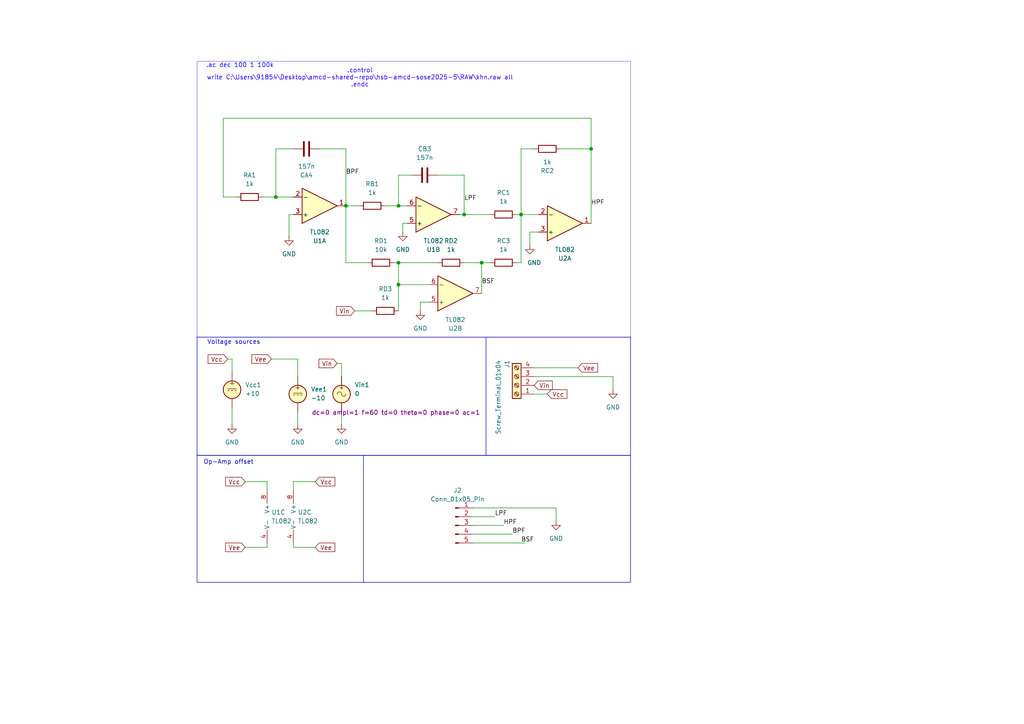
<source format=kicad_sch>
(kicad_sch (version 20231120) (generator "eeschema") (generator_version "8.0")
  (paper "A4")
  (lib_symbols
    (symbol "Amplifier_Operational:TL082" (pin_names (offset 0.127))
      (property "Reference" "U" (at 0 5.08 0))
      (property "Value" "TL082" (at 0 -5.08 0))
      (symbol "TL082_1_1"
        (polyline (pts (xy -5.08 5.08) (xy 5.08 0) (xy -5.08 -5.08) (xy -5.08 5.08)) (stroke (width 0.254)) (fill (type background)))
        (pin output line (at 7.62 0 180) (length 2.54) (name "~") (number "1"))
        (pin input line (at -7.62 -2.54 0) (length 2.54) (name "-") (number "2"))
        (pin input line (at -7.62 2.54 0) (length 2.54) (name "+") (number "3"))
      )
      (symbol "TL082_2_1"
        (polyline (pts (xy -5.08 5.08) (xy 5.08 0) (xy -5.08 -5.08) (xy -5.08 5.08)) (stroke (width 0.254)) (fill (type background)))
        (pin input line (at -7.62 2.54 0) (length 2.54) (name "+") (number "5"))
        (pin input line (at -7.62 -2.54 0) (length 2.54) (name "-") (number "6"))
        (pin output line (at 7.62 0 180) (length 2.54) (name "~") (number "7"))
      )
      (symbol "TL082_3_1"
        (pin power_in line (at -2.54 -7.62 90) (length 3.81) (name "V-") (number "4"))
        (pin power_in line (at -2.54 7.62 270) (length 3.81) (name "V+") (number "8"))
      )
    )
    (symbol "Connector:Conn_01x05_Pin" (pin_names (offset 1.016) hide)
      (property "Reference" "J" (at 0 7.62 0))
      (property "Value" "Conn_01x05_Pin" (at 0 -7.62 0))
      (symbol "Conn_01x05_Pin_1_1"
        (polyline (pts (xy 1.27 -5.08) (xy 0.8636 -5.08)) (stroke (width 0.1524)))
        (polyline (pts (xy 1.27 -2.54) (xy 0.8636 -2.54)) (stroke (width 0.1524)))
        (polyline (pts (xy 1.27 0) (xy 0.8636 0)) (stroke (width 0.1524)))
        (polyline (pts (xy 1.27 2.54) (xy 0.8636 2.54)) (stroke (width 0.1524)))
        (polyline (pts (xy 1.27 5.08) (xy 0.8636 5.08)) (stroke (width 0.1524)))
        (rectangle (start 0.8636 -4.953) (end 0 -5.207) (stroke (width 0.1524)) (fill (type outline)))
        (rectangle (start 0.8636 -2.413) (end 0 -2.667) (stroke (width 0.1524)) (fill (type outline)))
        (rectangle (start 0.8636 0.127) (end 0 -0.127) (stroke (width 0.1524)) (fill (type outline)))
        (rectangle (start 0.8636 2.667) (end 0 2.413) (stroke (width 0.1524)) (fill (type outline)))
        (rectangle (start 0.8636 5.207) (end 0 4.953) (stroke (width 0.1524)) (fill (type outline)))
        (pin passive line (at 5.08 5.08 180) (length 3.81) (name "Pin_1") (number "1"))
        (pin passive line (at 5.08 2.54 180) (length 3.81) (name "Pin_2") (number "2"))
        (pin passive line (at 5.08 0 180) (length 3.81) (name "Pin_3") (number "3"))
        (pin passive line (at 5.08 -2.54 180) (length 3.81) (name "Pin_4") (number "4"))
        (pin passive line (at 5.08 -5.08 180) (length 3.81) (name "Pin_5") (number "5"))
      )
    )
    (symbol "Connector:Screw_Terminal_01x04" (pin_names (offset 1.016) hide)
      (property "Reference" "J" (at 0 5.08 0))
      (property "Value" "Screw_Terminal_01x04" (at 0 -7.62 0))
      (symbol "Screw_Terminal_01x04_1_1"
        (rectangle (start -1.27 3.81) (end 1.27 -6.35) (stroke (width 0.254)) (fill (type background)))
        (circle (center 0 -5.08) (radius 0.635) (stroke (width 0.1524)))
        (circle (center 0 -2.54) (radius 0.635) (stroke (width 0.1524)))
        (polyline (pts (xy -0.5334 -4.7498) (xy 0.3302 -5.588)) (stroke (width 0.1524)))
        (polyline (pts (xy -0.5334 -2.2098) (xy 0.3302 -3.048)) (stroke (width 0.1524)))
        (polyline (pts (xy -0.5334 0.3302) (xy 0.3302 -0.508)) (stroke (width 0.1524)))
        (polyline (pts (xy -0.5334 2.8702) (xy 0.3302 2.032)) (stroke (width 0.1524)))
        (polyline (pts (xy -0.3556 -4.572) (xy 0.508 -5.4102)) (stroke (width 0.1524)))
        (polyline (pts (xy -0.3556 -2.032) (xy 0.508 -2.8702)) (stroke (width 0.1524)))
        (polyline (pts (xy -0.3556 0.508) (xy 0.508 -0.3302)) (stroke (width 0.1524)))
        (polyline (pts (xy -0.3556 3.048) (xy 0.508 2.2098)) (stroke (width 0.1524)))
        (circle (center 0 0) (radius 0.635) (stroke (width 0.1524)))
        (circle (center 0 2.54) (radius 0.635) (stroke (width 0.1524)))
        (pin passive line (at -5.08 2.54 0) (length 3.81) (name "Pin_1") (number "1"))
        (pin passive line (at -5.08 0 0) (length 3.81) (name "Pin_2") (number "2"))
        (pin passive line (at -5.08 -2.54 0) (length 3.81) (name "Pin_3") (number "3"))
        (pin passive line (at -5.08 -5.08 0) (length 3.81) (name "Pin_4") (number "4"))
      )
    )
    (symbol "Device:C" (pin_numbers hide) (pin_names (offset 0.254))
      (property "Reference" "C" (at 0.635 2.54 0))
      (property "Value" "C" (at 0.635 -2.54 0))
      (symbol "C_0_1"
        (polyline (pts (xy -2.032 -0.762) (xy 2.032 -0.762)) (stroke (width 0.508)))
        (polyline (pts (xy -2.032 0.762) (xy 2.032 0.762)) (stroke (width 0.508)))
      )
      (symbol "C_1_1"
        (pin passive line (at 0 3.81 270) (length 2.794) (name "~") (number "1"))
        (pin passive line (at 0 -3.81 90) (length 2.794) (name "~") (number "2"))
      )
    )
    (symbol "Device:R" (pin_numbers hide) (pin_names (offset 0))
      (property "Reference" "R" (at 2.032 0 90))
      (property "Value" "R" (at 0 0 90))
      (symbol "R_0_1"
        (rectangle (start -1.016 -2.54) (end 1.016 2.54) (stroke (width 0.254)))
      )
      (symbol "R_1_1"
        (pin passive line (at 0 3.81 270) (length 1.27) (name "~") (number "1"))
        (pin passive line (at 0 -3.81 90) (length 1.27) (name "~") (number "2"))
      )
    )
    (symbol "Simulation_SPICE:VDC" (pin_numbers hide) (pin_names (offset 0.0254))
      (property "Reference" "V" (at 2.54 2.54 0))
      (property "Value" "1" (at 2.54 0 0))
      (symbol "VDC_0_0"
        (polyline (pts (xy -1.27 0.254) (xy 1.27 0.254)))
        (polyline (pts (xy -0.762 -0.254) (xy -1.27 -0.254)))
        (polyline (pts (xy 0.254 -0.254) (xy -0.254 -0.254)))
        (polyline (pts (xy 1.27 -0.254) (xy 0.762 -0.254)))
        (text "+" (at 0 1.905 0) (effects (font (size 1.27 1.27))))
      )
      (symbol "VDC_0_1"
        (circle (center 0 0) (radius 2.54) (stroke (width 0.254)) (fill (type background)))
      )
      (symbol "VDC_1_1"
        (pin passive line (at 0 5.08 270) (length 2.54) (name "~") (number "1"))
        (pin passive line (at 0 -5.08 90) (length 2.54) (name "~") (number "2"))
      )
    )
    (symbol "Simulation_SPICE:VSIN" (pin_numbers hide) (pin_names (offset 0.0254))
      (property "Reference" "V" (at 2.54 2.54 0))
      (property "Value" "VSIN" (at 2.54 0 0))
      (property "Sim.Params" "dc=0 ampl=1 f=1k ac=1" (at 2.54 -2.54 0))
      (symbol "VSIN_0_0"
        (arc (start 0 0) (mid -0.635 0.6323) (end -1.27 0))
        (arc (start 0 0) (mid 0.635 -0.6323) (end 1.27 0))
        (text "+" (at 0 1.905 0) (effects (font (size 1.27 1.27))))
      )
      (symbol "VSIN_0_1"
        (circle (center 0 0) (radius 2.54) (stroke (width 0.254)) (fill (type background)))
      )
      (symbol "VSIN_1_1"
        (pin passive line (at 0 5.08 270) (length 2.54) (name "~") (number "1"))
        (pin passive line (at 0 -5.08 90) (length 2.54) (name "~") (number "2"))
      )
    )
    (symbol "power:GND" (power) (pin_numbers hide) (pin_names (offset 0) hide)
      (property "Value" "GND" (at 0 -3.81 0))
      (symbol "GND_0_1"
        (polyline (pts (xy 0 0) (xy 0 -1.27) (xy 1.27 -1.27) (xy 0 -2.54) (xy -1.27 -1.27) (xy 0 -1.27)))
      )
      (symbol "GND_1_1"
        (pin power_in line (at 0 0 270) (length 0) (name "~") (number "1"))
      )
    )
  )
  (junction (at 171.45 43.18))
  (junction (at 100.33 59.69))
  (junction (at 134.62 62.23))
  (junction (at 115.57 82.55))
  (junction (at 139.7 76.2))
  (junction (at 80.01 57.15))
  (junction (at 115.57 76.2))
  (junction (at 151.13 62.23))
  (junction (at 115.57 59.69))
  (wire (pts (xy 102.87 90.17) (xy 107.95 90.17)))
  (wire (pts (xy 115.57 50.8) (xy 115.57 59.69)))
  (wire (pts (xy 119.38 50.8) (xy 115.57 50.8)))
  (wire (pts (xy 171.45 43.18) (xy 171.45 64.77)))
  (wire (pts (xy 115.57 76.2) (xy 115.57 82.55)))
  (wire (pts (xy 64.77 34.29) (xy 64.77 57.15)))
  (wire (pts (xy 167.64 106.68) (xy 154.94 106.68)))
  (wire (pts (xy 134.62 50.8) (xy 134.62 62.23)))
  (wire (pts (xy 124.46 82.55) (xy 115.57 82.55)))
  (wire (pts (xy 86.36 119.38) (xy 86.36 123.19)))
  (wire (pts (xy 64.77 34.29) (xy 171.45 34.29)))
  (wire (pts (xy 139.7 76.2) (xy 142.24 76.2)))
  (wire (pts (xy 92.71 43.18) (xy 100.33 43.18)))
  (wire (pts (xy 154.94 109.22) (xy 177.8 109.22)))
  (wire (pts (xy 137.16 154.94) (xy 148.59 154.94)))
  (wire (pts (xy 151.13 62.23) (xy 156.21 62.23)))
  (wire (pts (xy 137.16 152.4) (xy 146.05 152.4)))
  (wire (pts (xy 77.47 139.7) (xy 71.12 139.7)))
  (wire (pts (xy 99.06 119.38) (xy 99.06 123.19)))
  (wire (pts (xy 67.31 104.14) (xy 67.31 107.95)))
  (wire (pts (xy 76.2 57.15) (xy 80.01 57.15)))
  (polyline (pts (xy 140.97 97.79) (xy 140.97 132.08)))
  (wire (pts (xy 153.67 67.31) (xy 156.21 67.31)))
  (wire (pts (xy 116.84 64.77) (xy 118.11 64.77)))
  (wire (pts (xy 134.62 62.23) (xy 142.24 62.23)))
  (wire (pts (xy 137.16 147.32) (xy 161.29 147.32)))
  (wire (pts (xy 78.74 104.14) (xy 86.36 104.14)))
  (wire (pts (xy 134.62 76.2) (xy 139.7 76.2)))
  (wire (pts (xy 151.13 76.2) (xy 151.13 62.23)))
  (wire (pts (xy 100.33 59.69) (xy 104.14 59.69)))
  (wire (pts (xy 158.75 114.3) (xy 154.94 114.3)))
  (wire (pts (xy 80.01 43.18) (xy 80.01 57.15)))
  (wire (pts (xy 115.57 82.55) (xy 115.57 90.17)))
  (wire (pts (xy 80.01 57.15) (xy 85.09 57.15)))
  (wire (pts (xy 161.29 147.32) (xy 161.29 151.13)))
  (wire (pts (xy 127 50.8) (xy 134.62 50.8)))
  (wire (pts (xy 83.82 62.23) (xy 85.09 62.23)))
  (wire (pts (xy 99.06 105.41) (xy 97.79 105.41)))
  (wire (pts (xy 66.04 104.14) (xy 67.31 104.14)))
  (wire (pts (xy 64.77 57.15) (xy 68.58 57.15)))
  (wire (pts (xy 177.8 109.22) (xy 177.8 113.03)))
  (wire (pts (xy 85.09 158.75) (xy 85.09 157.48)))
  (wire (pts (xy 137.16 149.86) (xy 143.51 149.86)))
  (wire (pts (xy 85.09 158.75) (xy 91.44 158.75)))
  (wire (pts (xy 100.33 43.18) (xy 100.33 59.69)))
  (wire (pts (xy 115.57 76.2) (xy 114.3 76.2)))
  (wire (pts (xy 149.86 62.23) (xy 151.13 62.23)))
  (wire (pts (xy 153.67 67.31) (xy 153.67 71.12)))
  (wire (pts (xy 162.56 43.18) (xy 171.45 43.18)))
  (wire (pts (xy 77.47 158.75) (xy 71.12 158.75)))
  (wire (pts (xy 67.31 118.11) (xy 67.31 123.19)))
  (wire (pts (xy 77.47 157.48) (xy 77.47 158.75)))
  (wire (pts (xy 115.57 76.2) (xy 127 76.2)))
  (wire (pts (xy 133.35 62.23) (xy 134.62 62.23)))
  (wire (pts (xy 85.09 139.7) (xy 91.44 139.7)))
  (wire (pts (xy 100.33 59.69) (xy 100.33 76.2)))
  (wire (pts (xy 121.92 87.63) (xy 121.92 90.17)))
  (wire (pts (xy 137.16 157.48) (xy 152.4 157.48)))
  (wire (pts (xy 83.82 62.23) (xy 83.82 68.58)))
  (wire (pts (xy 111.76 59.69) (xy 115.57 59.69)))
  (wire (pts (xy 85.09 142.24) (xy 85.09 139.7)))
  (wire (pts (xy 99.06 105.41) (xy 99.06 109.22)))
  (wire (pts (xy 115.57 59.69) (xy 118.11 59.69)))
  (wire (pts (xy 151.13 76.2) (xy 149.86 76.2)))
  (wire (pts (xy 151.13 43.18) (xy 151.13 62.23)))
  (wire (pts (xy 171.45 43.18) (xy 171.45 34.29)))
  (wire (pts (xy 154.94 43.18) (xy 151.13 43.18)))
  (wire (pts (xy 124.46 87.63) (xy 121.92 87.63)))
  (wire (pts (xy 106.68 76.2) (xy 100.33 76.2)))
  (wire (pts (xy 116.84 67.31) (xy 116.84 64.77)))
  (wire (pts (xy 139.7 76.2) (xy 139.7 85.09)))
  (wire (pts (xy 77.47 139.7) (xy 77.47 142.24)))
  (wire (pts (xy 80.01 43.18) (xy 85.09 43.18)))
  (polyline (pts (xy 105.41 132.08) (xy 105.41 168.91)))
  (wire (pts (xy 86.36 104.14) (xy 86.36 109.22)))
  (rectangle (start 57.15 132.08) (end 182.88 168.91))
  (rectangle (start 57.15 97.79) (end 182.88 132.08))
  (rectangle (start 57.15 17.78) (end 182.88 97.79) (stroke (width 0.0508)))
  (text "Voltage sources" (at 67.818 99.314 0) (effects (font (size 1.27 1.27))))
  (text "Op-Amp offset" (at 66.294 134.112 0) (effects (font (size 1.27 1.27))))
  (text ".ac dec 100 1 100k" (at 69.596 18.288 0) (effects (font (size 1.27 1.27)) (justify top)))
  (text ".control\nwrite C:\\Users\\91854\\Desktop\\amcd-shared-repo\\hsb-amcd-sose2025-5\\RAW\\khn.raw all\n.endc\n" (at 104.394 22.606 0) (effects (font (size 1.27 1.27))))
  (label "HPF" (at 146.05 152.4 0))
  (label "BSF" (at 139.7 82.55 0))
  (label "BPF" (at 100.33 50.8 0))
  (label "HPF" (at 171.45 59.69 0))
  (label "BPF" (at 148.59 154.94 0))
  (label "BSF" (at 151.13 157.48 0))
  (label "LPF" (at 134.62 58.42 0))
  (label "LPF" (at 143.51 149.86 0))
  (global_label "Vee" (shape input) (at 91.44 158.75 0) (property "Intersheetrefs" "${INTERSHEET_REFS}" (effects (hide yes))))
  (global_label "Vin" (shape input) (at 102.87 90.17 180) (property "Intersheetrefs" "${INTERSHEET_REFS}" (effects (hide yes))))
  (global_label "Vcc" (shape input) (at 66.04 104.14 180) (property "Intersheetrefs" "${INTERSHEET_REFS}" (effects (hide yes))))
  (global_label "Vin" (shape input) (at 154.94 111.76 0) (property "Intersheetrefs" "${INTERSHEET_REFS}" (effects (hide yes))))
  (global_label "Vin" (shape input) (at 97.79 105.41 180) (property "Intersheetrefs" "${INTERSHEET_REFS}" (effects (hide yes))))
  (global_label "Vee" (shape input) (at 78.74 104.14 180) (property "Intersheetrefs" "${INTERSHEET_REFS}" (effects (hide yes))))
  (global_label "Vcc" (shape input) (at 91.44 139.7 0) (property "Intersheetrefs" "${INTERSHEET_REFS}" (effects (hide yes))))
  (global_label "Vee" (shape input) (at 71.12 158.75 180) (property "Intersheetrefs" "${INTERSHEET_REFS}" (effects (hide yes))))
  (global_label "Vcc" (shape input) (at 158.75 114.3 0) (property "Intersheetrefs" "${INTERSHEET_REFS}" (effects (hide yes))))
  (global_label "Vcc" (shape input) (at 71.12 139.7 180) (property "Intersheetrefs" "${INTERSHEET_REFS}" (effects (hide yes))))
  (global_label "Vee" (shape input) (at 167.64 106.68 0) (property "Intersheetrefs" "${INTERSHEET_REFS}" (effects (hide yes))))
  (symbol (lib_id "Connector:Conn_01x05_Pin") (at 132.08 152.4 0) (unit 1) (exclude_from_sim yes)
    (property "Reference" "J2" (at 132.715 142.24 0))
    (property "Value" "Conn_01x05_Pin" (at 132.715 144.78 0))
    (property "Footprint" "Connector_PinHeader_2.54mm:PinHeader_1x05_P2.54mm_Vertical" (effects (hide yes)))
    (property "Description" "Generic connector, single row, 01x05, script generated" (effects (hide yes)))
  )
  (symbol (lib_id "power:GND") (at 153.67 71.12 0) (unit 1)
    (property "Reference" "#PWR07" (effects (hide yes)))
    (property "Value" "GND" (at 154.94 76.2 0))
    (property "Description" "Power symbol creates a global label with name \"GND\" , ground" (effects (hide yes)))
  )
  (symbol (lib_id "Device:R") (at 146.05 62.23 90) (unit 1)
    (property "Reference" "RC1" (at 146.05 55.88 90))
    (property "Value" "1k" (at 146.05 58.42 90))
    (property "Footprint" "Resistor_SMD:R_0805_2012Metric_Pad1.20x1.40mm_HandSolder" (effects (hide yes)))
    (property "Description" "Resistor" (effects (hide yes)))
    (property "Sim.Device" "R" (effects (hide yes)))
    (property "Sim.Pins" "1=+ 2=-" (effects (hide yes)))
  )
  (symbol (lib_id "Device:R") (at 107.95 59.69 90) (unit 1)
    (property "Reference" "RB1" (at 107.95 53.34 90))
    (property "Value" "1k" (at 107.95 55.88 90))
    (property "Footprint" "Resistor_SMD:R_0805_2012Metric_Pad1.20x1.40mm_HandSolder" (effects (hide yes)))
    (property "Description" "Resistor" (effects (hide yes)))
  )
  (symbol (lib_id "power:GND") (at 177.8 113.03 0) (unit 1)
    (property "Reference" "#PWR02" (effects (hide yes)))
    (property "Value" "GND" (at 177.8 118.11 0))
    (property "Description" "Power symbol creates a global label with name \"GND\" , ground" (effects (hide yes)))
  )
  (symbol (lib_id "Device:R") (at 72.39 57.15 90) (unit 1)
    (property "Reference" "RA1" (at 72.39 50.8 90))
    (property "Value" "1k" (at 72.39 53.34 90))
    (property "Footprint" "Resistor_SMD:R_0805_2012Metric_Pad1.20x1.40mm_HandSolder" (effects (hide yes)))
    (property "Description" "Resistor" (effects (hide yes)))
    (property "Sim.Device" "R" (effects (hide yes)))
    (property "Sim.Pins" "1=+ 2=-" (effects (hide yes)))
  )
  (symbol (lib_id "Simulation_SPICE:VDC") (at 86.36 114.3 0) (unit 1) (on_board no)
    (property "Reference" "Vee1" (at 90.17 112.9001 0) (effects (justify left)))
    (property "Value" "-10" (at 90.17 115.4401 0) (effects (justify left)))
    (property "Datasheet" "https://ngspice.sourceforge.io/docs/ngspice-html-manual/manual.xhtml#sec_Independent_Sources_for" (effects (hide yes)))
    (property "Description" "Voltage source, DC" (effects (hide yes)))
    (property "Sim.Pins" "1=+ 2=-" (effects (hide yes)))
    (property "Sim.Type" "DC" (effects (hide yes)))
    (property "Sim.Device" "V" (effects (hide yes)))
  )
  (symbol (lib_id "Device:C") (at 88.9 43.18 90) (mirror x) (unit 1)
    (property "Reference" "CA4" (at 88.9 50.8 90))
    (property "Value" "157n" (at 88.9 48.26 90))
    (property "Footprint" "Capacitor_SMD:C_0805_2012Metric_Pad1.18x1.45mm_HandSolder" (effects (hide yes)))
    (property "Description" "Unpolarized capacitor" (effects (hide yes)))
    (property "Sim.Device" "C" (effects (hide yes)))
    (property "Sim.Pins" "1=+ 2=-" (effects (hide yes)))
  )
  (symbol (lib_id "power:GND") (at 83.82 68.58 0) (unit 1)
    (property "Reference" "#PWR01" (effects (hide yes)))
    (property "Value" "GND" (at 83.82 73.66 0))
    (property "Description" "Power symbol creates a global label with name \"GND\" , ground" (effects (hide yes)))
  )
  (symbol (lib_id "Device:R") (at 146.05 76.2 90) (unit 1)
    (property "Reference" "RC3" (at 146.05 69.85 90))
    (property "Value" "1k" (at 146.05 72.39 90))
    (property "Footprint" "Resistor_SMD:R_0805_2012Metric_Pad1.20x1.40mm_HandSolder" (effects (hide yes)))
    (property "Description" "Resistor" (effects (hide yes)))
  )
  (symbol (lib_id "power:GND") (at 86.36 123.19 0) (unit 1)
    (property "Reference" "#PWR03" (effects (hide yes)))
    (property "Value" "GND" (at 86.36 128.27 0))
    (property "Description" "Power symbol creates a global label with name \"GND\" , ground" (effects (hide yes)))
  )
  (symbol (lib_id "Device:R") (at 158.75 43.18 90) (mirror x) (unit 1)
    (property "Reference" "RC2" (at 158.75 49.53 90))
    (property "Value" "1k" (at 158.75 46.99 90))
    (property "Footprint" "Resistor_SMD:R_0805_2012Metric_Pad1.20x1.40mm_HandSolder" (effects (hide yes)))
    (property "Description" "Resistor" (effects (hide yes)))
  )
  (symbol (lib_id "Device:C") (at 123.19 50.8 90) (mirror x) (unit 1)
    (property "Reference" "CB3" (at 123.19 43.18 90))
    (property "Value" "157n" (at 123.19 45.72 90))
    (property "Footprint" "Capacitor_SMD:C_0805_2012Metric_Pad1.18x1.45mm_HandSolder" (effects (hide yes)))
    (property "Description" "Unpolarized capacitor" (effects (hide yes)))
    (property "Sim.Device" "C" (effects (hide yes)))
    (property "Sim.Pins" "1=+ 2=-" (effects (hide yes)))
  )
  (symbol (lib_id "Amplifier_Operational:TL082") (at 87.63 149.86 0) (unit 3)
    (property "Reference" "U2" (at 86.36 148.5899 0) (effects (justify left)))
    (property "Value" "TL082" (at 86.36 151.1299 0) (effects (justify left)))
    (property "Footprint" "Library:P8" (effects (hide yes)))
    (property "Datasheet" "http://www.ti.com/lit/ds/symlink/tl081.pdf" (effects (hide yes)))
    (property "Description" "Dual JFET-Input Operational Amplifiers, DIP-8/SOIC-8/SSOP-8" (effects (hide yes)))
    (property "Sim.Library" "C:\\Users\\91854\\Documents\\Study Materials\\summer25\\amcd-shared-repo\\KiCAD-tl082-dual\\TL082-dual.lib" (effects (hide yes)))
    (property "Sim.Name" "TL082-dual" (effects (hide yes)))
    (property "Sim.Device" "SUBCKT" (effects (hide yes)))
    (property "Sim.Pins" "1=1out 2=1in- 3=1in+ 4=vcc- 5=2in+ 6=2in- 7=2out 8=vcc+" (effects (hide yes)))
  )
  (symbol (lib_id "Amplifier_Operational:TL082") (at 125.73 62.23 0) (mirror x) (unit 2)
    (property "Reference" "U1" (at 125.73 72.39 0))
    (property "Value" "TL082" (at 125.73 69.85 0))
    (property "Footprint" "Library:P8" (effects (hide yes)))
    (property "Datasheet" "http://www.ti.com/lit/ds/symlink/tl081.pdf" (effects (hide yes)))
    (property "Description" "Dual JFET-Input Operational Amplifiers, DIP-8/SOIC-8/SSOP-8" (effects (hide yes)))
    (property "Sim.Library" "C:\\Users\\91854\\Documents\\Study Materials\\summer25\\amcd-shared-repo\\KiCAD-tl082-dual\\TL082-dual.lib" (effects (hide yes)))
    (property "Sim.Name" "TL082-dual" (effects (hide yes)))
    (property "Sim.Device" "SUBCKT" (effects (hide yes)))
    (property "Sim.Pins" "1=1out 2=1in- 3=1in+ 4=vcc- 5=2in+ 6=2in- 7=2out 8=vcc+" (effects (hide yes)))
  )
  (symbol (lib_id "power:GND") (at 161.29 151.13 0) (unit 1)
    (property "Reference" "#PWR09" (effects (hide yes)))
    (property "Value" "GND" (at 161.29 156.21 0))
    (property "Description" "Power symbol creates a global label with name \"GND\" , ground" (effects (hide yes)))
  )
  (symbol (lib_id "Device:R") (at 130.81 76.2 90) (unit 1)
    (property "Reference" "RD2" (at 130.81 69.85 90))
    (property "Value" "1k" (at 130.81 72.39 90))
    (property "Footprint" "Resistor_SMD:R_0805_2012Metric_Pad1.20x1.40mm_HandSolder" (effects (hide yes)))
    (property "Description" "Resistor" (effects (hide yes)))
  )
  (symbol (lib_id "Amplifier_Operational:TL082") (at 163.83 64.77 0) (mirror x) (unit 1)
    (property "Reference" "U2" (at 163.83 74.93 0))
    (property "Value" "TL082" (at 163.83 72.39 0))
    (property "Footprint" "Library:P8" (effects (hide yes)))
    (property "Datasheet" "http://www.ti.com/lit/ds/symlink/tl081.pdf" (effects (hide yes)))
    (property "Description" "Dual JFET-Input Operational Amplifiers, DIP-8/SOIC-8/SSOP-8" (effects (hide yes)))
    (property "Sim.Library" "C:\\Users\\91854\\Documents\\Study Materials\\summer25\\amcd-shared-repo\\KiCAD-tl082-dual\\TL082-dual.lib" (effects (hide yes)))
    (property "Sim.Name" "TL082-dual" (effects (hide yes)))
    (property "Sim.Device" "SUBCKT" (effects (hide yes)))
    (property "Sim.Pins" "1=1out 2=1in- 3=1in+ 4=vcc- 5=2in+ 6=2in- 7=2out 8=vcc+" (effects (hide yes)))
  )
  (symbol (lib_id "Amplifier_Operational:TL082") (at 132.08 85.09 0) (mirror x) (unit 2)
    (property "Reference" "U2" (at 132.08 95.25 0))
    (property "Value" "TL082" (at 132.08 92.71 0))
    (property "Footprint" "Library:P8" (effects (hide yes)))
    (property "Datasheet" "http://www.ti.com/lit/ds/symlink/tl081.pdf" (effects (hide yes)))
    (property "Description" "Dual JFET-Input Operational Amplifiers, DIP-8/SOIC-8/SSOP-8" (effects (hide yes)))
    (property "Sim.Library" "C:\\Users\\91854\\Documents\\Study Materials\\summer25\\amcd-shared-repo\\KiCAD-tl082-dual\\TL082-dual.lib" (effects (hide yes)))
    (property "Sim.Name" "TL082-dual" (effects (hide yes)))
    (property "Sim.Device" "SUBCKT" (effects (hide yes)))
    (property "Sim.Pins" "1=1out 2=1in- 3=1in+ 4=vcc- 5=2in+ 6=2in- 7=2out 8=vcc+" (effects (hide yes)))
  )
  (symbol (lib_id "power:GND") (at 116.84 67.31 0) (unit 1)
    (property "Reference" "#PWR04" (effects (hide yes)))
    (property "Value" "GND" (at 116.84 72.39 0))
    (property "Description" "Power symbol creates a global label with name \"GND\" , ground" (effects (hide yes)))
  )
  (symbol (lib_id "Device:R") (at 110.49 76.2 90) (unit 1)
    (property "Reference" "RD1" (at 110.49 69.85 90))
    (property "Value" "10k" (at 110.49 72.39 90))
    (property "Footprint" "Resistor_SMD:R_0805_2012Metric_Pad1.20x1.40mm_HandSolder" (effects (hide yes)))
    (property "Description" "Resistor" (effects (hide yes)))
  )
  (symbol (lib_id "Amplifier_Operational:TL082") (at 92.71 59.69 0) (mirror x) (unit 1)
    (property "Reference" "U1" (at 92.71 69.85 0))
    (property "Value" "TL082" (at 92.71 67.31 0))
    (property "Footprint" "Library:P8" (effects (hide yes)))
    (property "Datasheet" "http://www.ti.com/lit/ds/symlink/tl081.pdf" (effects (hide yes)))
    (property "Description" "Dual JFET-Input Operational Amplifiers, DIP-8/SOIC-8/SSOP-8" (effects (hide yes)))
    (property "Sim.Library" "C:\\Users\\91854\\Documents\\Study Materials\\summer25\\amcd-shared-repo\\KiCAD-tl082-dual\\TL082-dual.lib" (effects (hide yes)))
    (property "Sim.Name" "TL082-dual" (effects (hide yes)))
    (property "Sim.Device" "SUBCKT" (effects (hide yes)))
    (property "Sim.Pins" "1=1out 2=1in- 3=1in+ 4=vcc- 5=2in+ 6=2in- 7=2out 8=vcc+" (effects (hide yes)))
  )
  (symbol (lib_id "Amplifier_Operational:TL082") (at 80.01 149.86 0) (unit 3)
    (property "Reference" "U1" (at 78.74 148.5899 0) (effects (justify left)))
    (property "Value" "TL082" (at 78.74 151.1299 0) (effects (justify left)))
    (property "Footprint" "Library:P8" (effects (hide yes)))
    (property "Datasheet" "http://www.ti.com/lit/ds/symlink/tl081.pdf" (effects (hide yes)))
    (property "Description" "Dual JFET-Input Operational Amplifiers, DIP-8/SOIC-8/SSOP-8" (effects (hide yes)))
    (property "Sim.Library" "C:\\Users\\91854\\Documents\\Study Materials\\summer25\\amcd-shared-repo\\KiCAD-tl082-dual\\TL082-dual.lib" (effects (hide yes)))
    (property "Sim.Name" "TL082-dual" (effects (hide yes)))
    (property "Sim.Device" "SUBCKT" (effects (hide yes)))
    (property "Sim.Pins" "1=1out 2=1in- 3=1in+ 4=vcc- 5=2in+ 6=2in- 7=2out 8=vcc+" (effects (hide yes)))
  )
  (symbol (lib_id "Simulation_SPICE:VDC") (at 67.31 113.03 0) (unit 1) (on_board no)
    (property "Reference" "Vcc1" (at 71.12 111.6301 0) (effects (justify left)))
    (property "Value" "+10" (at 71.12 114.1701 0) (effects (justify left)))
    (property "Datasheet" "https://ngspice.sourceforge.io/docs/ngspice-html-manual/manual.xhtml#sec_Independent_Sources_for" (effects (hide yes)))
    (property "Description" "Voltage source, DC" (effects (hide yes)))
    (property "Sim.Pins" "1=+ 2=-" (effects (hide yes)))
    (property "Sim.Type" "DC" (effects (hide yes)))
    (property "Sim.Device" "V" (effects (hide yes)))
  )
  (symbol (lib_id "power:GND") (at 121.92 90.17 0) (unit 1)
    (property "Reference" "#PWR05" (effects (hide yes)))
    (property "Value" "GND" (at 121.92 95.25 0))
    (property "Description" "Power symbol creates a global label with name \"GND\" , ground" (effects (hide yes)))
  )
  (symbol (lib_id "Device:R") (at 111.76 90.17 90) (unit 1)
    (property "Reference" "RD3" (at 111.76 83.82 90))
    (property "Value" "1k" (at 111.76 86.36 90))
    (property "Footprint" "Resistor_SMD:R_0805_2012Metric_Pad1.20x1.40mm_HandSolder" (effects (hide yes)))
    (property "Description" "Resistor" (effects (hide yes)))
    (property "Sim.Device" "R" (effects (hide yes)))
    (property "Sim.Pins" "1=+ 2=-" (effects (hide yes)))
  )
  (symbol (lib_id "Simulation_SPICE:VSIN") (at 99.06 114.3 0) (unit 1) (on_board no)
    (property "Reference" "Vin1" (at 102.87 111.6301 0) (effects (justify left)))
    (property "Value" "0" (at 102.87 114.1701 0) (effects (justify left)))
    (property "Datasheet" "https://ngspice.sourceforge.io/docs/ngspice-html-manual/manual.xhtml#sec_Independent_Sources_for" (effects (hide yes)))
    (property "Description" "Voltage source, sinusoidal" (effects (hide yes)))
    (property "Sim.Pins" "1=+ 2=-" (effects (hide yes)))
    (property "Sim.Params" "dc=0 ampl=1 f=60 td=0 theta=0 phase=0 ac=1" (at 90.424 119.634 0) (effects (justify left)))
    (property "Sim.Type" "SIN" (effects (hide yes)))
    (property "Sim.Device" "V" (effects (hide yes)))
  )
  (symbol (lib_id "Connector:Screw_Terminal_01x04") (at 149.86 111.76 180) (unit 1) (exclude_from_sim yes)
    (property "Reference" "J1" (at 147.066 104.394 90) (effects (justify left)))
    (property "Value" "Screw_Terminal_01x04" (at 144.526 104.394 90) (effects (justify left)))
    (property "Footprint" "TerminalBlock_Phoenix:TerminalBlock_Phoenix_MKDS-1,5-4_1x04_P5.00mm_Horizontal" (effects (hide yes)))
    (property "Description" "Generic screw terminal, single row, 01x04, script generated (kicad-library-utils/schlib/autogen/connector/)" (effects (hide yes)))
  )
  (symbol (lib_id "power:GND") (at 67.31 123.19 0) (unit 1)
    (property "Reference" "#PWR08" (effects (hide yes)))
    (property "Value" "GND" (at 67.31 128.27 0))
    (property "Description" "Power symbol creates a global label with name \"GND\" , ground" (effects (hide yes)))
  )
  (symbol (lib_id "power:GND") (at 99.06 123.19 0) (unit 1)
    (property "Reference" "#PWR06" (effects (hide yes)))
    (property "Value" "GND" (at 99.06 128.27 0))
    (property "Description" "Power symbol creates a global label with name \"GND\" , ground" (effects (hide yes)))
  )
)
</source>
